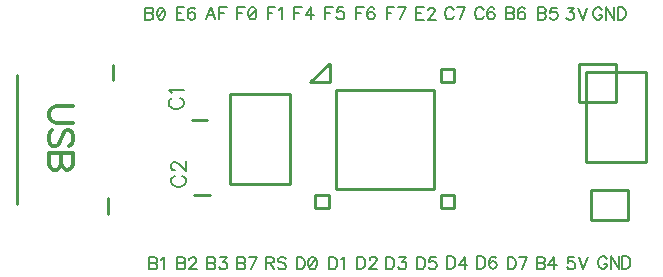
<source format=gbr>
G04 DipTrace 2.2.0.9*
%INTopSilk.gbr*%
%MOIN*%
%ADD10C,0.0098*%
%ADD55C,0.0077*%
%ADD56C,0.0062*%
%ADD57C,0.0124*%
%FSLAX44Y44*%
%SFA1B1*%
%OFA0B0*%
G04*
G70*
G90*
G75*
G01*
%LNTopSilk*%
%LPD*%
X9816Y8997D2*
D10*
X9304D1*
X9896Y6507D2*
X9384D1*
X6527Y5884D2*
Y6396D1*
X6687Y10344D2*
Y10856D1*
X14114Y10016D2*
X17364D1*
Y6704D1*
X14114D1*
Y10016D1*
X17614Y6516D2*
X18052D1*
Y6078D1*
X17614D1*
Y6516D1*
Y10703D2*
X18052D1*
Y10266D1*
X17614D1*
Y10703D1*
X13427Y6516D2*
X13864D1*
Y6078D1*
X13427D1*
Y6516D1*
X13239Y10266D2*
X13864Y10891D1*
X13926D2*
Y10266D1*
X13239D1*
X12570Y9893D2*
X10570D1*
Y6893D1*
X12570D1*
Y9893D1*
X22450Y7620D2*
X24450D1*
Y10620D1*
X22450D1*
Y7620D1*
X22200Y9620D2*
X23450D1*
Y10870D1*
X22200D1*
Y9620D1*
X22609Y6686D2*
X23859D1*
Y5686D1*
X22609D1*
Y6686D1*
X3488Y10525D2*
Y6213D1*
X8652Y9747D2*
D55*
X8604Y9724D1*
D2*
X8556Y9676D1*
D2*
X8532Y9628D1*
D2*
Y9532D1*
D2*
X8556Y9484D1*
D2*
X8604Y9437D1*
D2*
X8652Y9412D1*
D2*
X8724Y9389D1*
D2*
X8844D1*
D2*
X8915Y9412D1*
D2*
X8963Y9437D1*
D2*
X9011Y9484D1*
D2*
X9035Y9532D1*
D2*
Y9628D1*
D2*
X9011Y9676D1*
D2*
X8963Y9724D1*
D2*
X8915Y9747D1*
X8629Y9902D2*
X8604Y9950D1*
D2*
X8533Y10022D1*
D2*
X9035D1*
X8732Y7150D2*
X8684Y7126D1*
D2*
X8636Y7078D1*
D2*
X8612Y7031D1*
D2*
Y6935D1*
D2*
X8636Y6887D1*
D2*
X8684Y6839D1*
D2*
X8732Y6815D1*
D2*
X8804Y6791D1*
D2*
X8924D1*
D2*
X8995Y6815D1*
D2*
X9043Y6839D1*
D2*
X9091Y6887D1*
D2*
X9115Y6935D1*
D2*
Y7031D1*
D2*
X9091Y7078D1*
D2*
X9043Y7126D1*
D2*
X8995Y7150D1*
X8732Y7329D2*
X8709D1*
D2*
X8661Y7352D1*
D2*
X8637Y7376D1*
D2*
X8613Y7424D1*
D2*
Y7520D1*
D2*
X8637Y7567D1*
D2*
X8661Y7591D1*
D2*
X8709Y7615D1*
D2*
X8756D1*
D2*
X8804Y7591D1*
D2*
X8876Y7544D1*
D2*
X9115Y7304D1*
D2*
Y7639D1*
X7884Y4432D2*
D56*
Y4030D1*
D2*
X8056D1*
D2*
X8114Y4049D1*
D2*
X8133Y4068D1*
D2*
X8152Y4106D1*
D2*
Y4164D1*
D2*
X8133Y4202D1*
D2*
X8114Y4221D1*
D2*
X8056Y4240D1*
D2*
X8114Y4260D1*
D2*
X8133Y4279D1*
D2*
X8152Y4317D1*
D2*
Y4355D1*
D2*
X8133Y4393D1*
D2*
X8114Y4413D1*
D2*
X8056Y4432D1*
D2*
X7884D1*
Y4240D2*
X8056D1*
X8275Y4355D2*
X8314Y4374D1*
D2*
X8371Y4431D1*
D2*
Y4030D1*
X8814Y4442D2*
Y4040D1*
D2*
X8986D1*
D2*
X9044Y4059D1*
D2*
X9063Y4078D1*
D2*
X9082Y4116D1*
D2*
Y4174D1*
D2*
X9063Y4212D1*
D2*
X9044Y4231D1*
D2*
X8986Y4250D1*
D2*
X9044Y4270D1*
D2*
X9063Y4289D1*
D2*
X9082Y4327D1*
D2*
Y4365D1*
D2*
X9063Y4403D1*
D2*
X9044Y4423D1*
D2*
X8986Y4442D1*
D2*
X8814D1*
Y4250D2*
X8986D1*
X9225Y4346D2*
Y4365D1*
D2*
X9244Y4403D1*
D2*
X9263Y4422D1*
D2*
X9301Y4441D1*
D2*
X9378D1*
D2*
X9416Y4422D1*
D2*
X9435Y4403D1*
D2*
X9454Y4365D1*
D2*
Y4327D1*
D2*
X9435Y4288D1*
D2*
X9397Y4231D1*
D2*
X9205Y4040D1*
D2*
X9473D1*
X9824Y4432D2*
Y4030D1*
D2*
X9996D1*
D2*
X10054Y4049D1*
D2*
X10073Y4068D1*
D2*
X10092Y4106D1*
D2*
Y4164D1*
D2*
X10073Y4202D1*
D2*
X10054Y4221D1*
D2*
X9996Y4240D1*
D2*
X10054Y4260D1*
D2*
X10073Y4279D1*
D2*
X10092Y4317D1*
D2*
Y4355D1*
D2*
X10073Y4393D1*
D2*
X10054Y4413D1*
D2*
X9996Y4432D1*
D2*
X9824D1*
Y4240D2*
X9996D1*
X10254Y4431D2*
X10464D1*
D2*
X10349Y4278D1*
D2*
X10407D1*
D2*
X10445Y4259D1*
D2*
X10464Y4240D1*
D2*
X10483Y4183D1*
D2*
Y4145D1*
D2*
X10464Y4087D1*
D2*
X10426Y4049D1*
D2*
X10368Y4030D1*
D2*
X10311D1*
D2*
X10254Y4049D1*
D2*
X10235Y4068D1*
D2*
X10215Y4106D1*
X10824Y4432D2*
Y4030D1*
D2*
X10996D1*
D2*
X11054Y4049D1*
D2*
X11073Y4068D1*
D2*
X11092Y4106D1*
D2*
Y4164D1*
D2*
X11073Y4202D1*
D2*
X11054Y4221D1*
D2*
X10996Y4240D1*
D2*
X11054Y4260D1*
D2*
X11073Y4279D1*
D2*
X11092Y4317D1*
D2*
Y4355D1*
D2*
X11073Y4393D1*
D2*
X11054Y4413D1*
D2*
X10996Y4432D1*
D2*
X10824D1*
Y4240D2*
X10996D1*
X11292Y4030D2*
X11483Y4431D1*
D2*
X11215D1*
X11784Y4250D2*
X11956D1*
D2*
X12013Y4270D1*
D2*
X12033Y4289D1*
D2*
X12052Y4327D1*
D2*
Y4365D1*
D2*
X12033Y4403D1*
D2*
X12013Y4423D1*
D2*
X11956Y4442D1*
D2*
X11784D1*
D2*
Y4040D1*
X11918Y4250D2*
X12052Y4040D1*
X12443Y4384D2*
X12405Y4423D1*
D2*
X12348Y4442D1*
D2*
X12271D1*
D2*
X12214Y4423D1*
D2*
X12175Y4384D1*
D2*
Y4346D1*
D2*
X12195Y4308D1*
D2*
X12214Y4289D1*
D2*
X12252Y4270D1*
D2*
X12367Y4231D1*
D2*
X12405Y4212D1*
D2*
X12424Y4193D1*
D2*
X12443Y4155D1*
D2*
Y4097D1*
D2*
X12405Y4059D1*
D2*
X12348Y4040D1*
D2*
X12271D1*
D2*
X12214Y4059D1*
D2*
X12175Y4097D1*
X12804Y4442D2*
Y4040D1*
D2*
X12938D1*
D2*
X12995Y4059D1*
D2*
X13034Y4097D1*
D2*
X13053Y4136D1*
D2*
X13072Y4193D1*
D2*
Y4289D1*
D2*
X13053Y4346D1*
D2*
X13034Y4384D1*
D2*
X12995Y4423D1*
D2*
X12938Y4442D1*
D2*
X12804D1*
X13310Y4441D2*
X13253Y4422D1*
D2*
X13214Y4365D1*
D2*
X13195Y4269D1*
D2*
Y4212D1*
D2*
X13214Y4116D1*
D2*
X13253Y4059D1*
D2*
X13310Y4040D1*
D2*
X13348D1*
D2*
X13406Y4059D1*
D2*
X13444Y4116D1*
D2*
X13463Y4212D1*
D2*
Y4269D1*
D2*
X13444Y4365D1*
D2*
X13406Y4422D1*
D2*
X13348Y4441D1*
D2*
X13310D1*
X13444Y4365D2*
X13214Y4116D1*
X13884Y4442D2*
Y4040D1*
D2*
X14018D1*
D2*
X14075Y4059D1*
D2*
X14114Y4097D1*
D2*
X14133Y4136D1*
D2*
X14152Y4193D1*
D2*
Y4289D1*
D2*
X14133Y4346D1*
D2*
X14114Y4384D1*
D2*
X14075Y4423D1*
D2*
X14018Y4442D1*
D2*
X13884D1*
X14275Y4365D2*
X14314Y4384D1*
D2*
X14371Y4441D1*
D2*
Y4040D1*
X14824Y4452D2*
Y4050D1*
D2*
X14958D1*
D2*
X15015Y4069D1*
D2*
X15054Y4107D1*
D2*
X15073Y4146D1*
D2*
X15092Y4203D1*
D2*
Y4299D1*
D2*
X15073Y4356D1*
D2*
X15054Y4394D1*
D2*
X15015Y4433D1*
D2*
X14958Y4452D1*
D2*
X14824D1*
X15235Y4356D2*
Y4375D1*
D2*
X15254Y4413D1*
D2*
X15273Y4432D1*
D2*
X15311Y4451D1*
D2*
X15388D1*
D2*
X15426Y4432D1*
D2*
X15445Y4413D1*
D2*
X15464Y4375D1*
D2*
Y4337D1*
D2*
X15445Y4298D1*
D2*
X15407Y4241D1*
D2*
X15215Y4050D1*
D2*
X15483D1*
X15794Y4442D2*
Y4040D1*
D2*
X15928D1*
D2*
X15985Y4059D1*
D2*
X16024Y4097D1*
D2*
X16043Y4136D1*
D2*
X16062Y4193D1*
D2*
Y4289D1*
D2*
X16043Y4346D1*
D2*
X16024Y4384D1*
D2*
X15985Y4423D1*
D2*
X15928Y4442D1*
D2*
X15794D1*
X16224Y4441D2*
X16434D1*
D2*
X16319Y4288D1*
D2*
X16377D1*
D2*
X16415Y4269D1*
D2*
X16434Y4250D1*
D2*
X16453Y4193D1*
D2*
Y4155D1*
D2*
X16434Y4097D1*
D2*
X16396Y4059D1*
D2*
X16338Y4040D1*
D2*
X16281D1*
D2*
X16224Y4059D1*
D2*
X16205Y4078D1*
D2*
X16185Y4116D1*
X16814Y4442D2*
Y4040D1*
D2*
X16948D1*
D2*
X17005Y4059D1*
D2*
X17044Y4097D1*
D2*
X17063Y4136D1*
D2*
X17082Y4193D1*
D2*
Y4289D1*
D2*
X17063Y4346D1*
D2*
X17044Y4384D1*
D2*
X17005Y4423D1*
D2*
X16948Y4442D1*
D2*
X16814D1*
X17435Y4441D2*
X17244D1*
D2*
X17225Y4269D1*
D2*
X17244Y4288D1*
D2*
X17301Y4308D1*
D2*
X17358D1*
D2*
X17416Y4288D1*
D2*
X17454Y4250D1*
D2*
X17473Y4193D1*
D2*
Y4155D1*
D2*
X17454Y4097D1*
D2*
X17416Y4059D1*
D2*
X17358Y4040D1*
D2*
X17301D1*
D2*
X17244Y4059D1*
D2*
X17225Y4078D1*
D2*
X17205Y4116D1*
X17814Y4462D2*
Y4060D1*
D2*
X17948D1*
D2*
X18005Y4079D1*
D2*
X18044Y4117D1*
D2*
X18063Y4156D1*
D2*
X18082Y4213D1*
D2*
Y4309D1*
D2*
X18063Y4366D1*
D2*
X18044Y4404D1*
D2*
X18005Y4443D1*
D2*
X17948Y4462D1*
D2*
X17814D1*
X18397Y4060D2*
Y4461D1*
D2*
X18205Y4194D1*
D2*
X18492D1*
X18824Y4462D2*
Y4060D1*
D2*
X18958D1*
D2*
X19015Y4079D1*
D2*
X19054Y4117D1*
D2*
X19073Y4156D1*
D2*
X19092Y4213D1*
D2*
Y4309D1*
D2*
X19073Y4366D1*
D2*
X19054Y4404D1*
D2*
X19015Y4443D1*
D2*
X18958Y4462D1*
D2*
X18824D1*
X19445Y4404D2*
X19426Y4442D1*
D2*
X19368Y4461D1*
D2*
X19330D1*
D2*
X19273Y4442D1*
D2*
X19234Y4385D1*
D2*
X19215Y4289D1*
D2*
Y4194D1*
D2*
X19234Y4117D1*
D2*
X19273Y4079D1*
D2*
X19330Y4060D1*
D2*
X19349D1*
D2*
X19406Y4079D1*
D2*
X19445Y4117D1*
D2*
X19464Y4175D1*
D2*
Y4194D1*
D2*
X19445Y4251D1*
D2*
X19406Y4289D1*
D2*
X19349Y4308D1*
D2*
X19330D1*
D2*
X19273Y4289D1*
D2*
X19234Y4251D1*
D2*
X19215Y4194D1*
X19834Y4442D2*
Y4040D1*
D2*
X19968D1*
D2*
X20025Y4059D1*
D2*
X20064Y4097D1*
D2*
X20083Y4136D1*
D2*
X20102Y4193D1*
D2*
Y4289D1*
D2*
X20083Y4346D1*
D2*
X20064Y4384D1*
D2*
X20025Y4423D1*
D2*
X19968Y4442D1*
D2*
X19834D1*
X20302Y4040D2*
X20493Y4441D1*
D2*
X20225D1*
X20804Y4442D2*
Y4040D1*
D2*
X20976D1*
D2*
X21034Y4059D1*
D2*
X21053Y4078D1*
D2*
X21072Y4116D1*
D2*
Y4174D1*
D2*
X21053Y4212D1*
D2*
X21034Y4231D1*
D2*
X20976Y4250D1*
D2*
X21034Y4270D1*
D2*
X21053Y4289D1*
D2*
X21072Y4327D1*
D2*
Y4365D1*
D2*
X21053Y4403D1*
D2*
X21034Y4423D1*
D2*
X20976Y4442D1*
D2*
X20804D1*
Y4250D2*
X20976D1*
X21387Y4040D2*
Y4441D1*
D2*
X21195Y4174D1*
D2*
X21482D1*
X22043Y4431D2*
X21852D1*
D2*
X21833Y4259D1*
D2*
X21852Y4278D1*
D2*
X21910Y4298D1*
D2*
X21967D1*
D2*
X22024Y4278D1*
D2*
X22063Y4240D1*
D2*
X22082Y4183D1*
D2*
Y4145D1*
D2*
X22063Y4087D1*
D2*
X22024Y4049D1*
D2*
X21967Y4030D1*
D2*
X21910D1*
D2*
X21852Y4049D1*
D2*
X21833Y4068D1*
D2*
X21814Y4106D1*
X22205Y4432D2*
X22358Y4030D1*
D2*
X22511Y4432D1*
X23141Y4366D2*
X23122Y4404D1*
D2*
X23083Y4443D1*
D2*
X23045Y4462D1*
D2*
X22969D1*
D2*
X22930Y4443D1*
D2*
X22892Y4404D1*
D2*
X22873Y4366D1*
D2*
X22854Y4309D1*
D2*
Y4213D1*
D2*
X22873Y4156D1*
D2*
X22892Y4117D1*
D2*
X22930Y4079D1*
D2*
X22969Y4060D1*
D2*
X23045D1*
D2*
X23083Y4079D1*
D2*
X23122Y4117D1*
D2*
X23141Y4156D1*
D2*
Y4213D1*
D2*
X23045D1*
X23532Y4462D2*
Y4060D1*
D2*
X23264Y4462D1*
D2*
Y4060D1*
X23656Y4462D2*
Y4060D1*
D2*
X23790D1*
D2*
X23847Y4079D1*
D2*
X23886Y4117D1*
D2*
X23905Y4156D1*
D2*
X23924Y4213D1*
D2*
Y4309D1*
D2*
X23905Y4366D1*
D2*
X23886Y4404D1*
D2*
X23847Y4443D1*
D2*
X23790Y4462D1*
D2*
X23656D1*
X7754Y12754D2*
Y12352D1*
D2*
X7926D1*
D2*
X7984Y12372D1*
D2*
X8003Y12391D1*
D2*
X8022Y12429D1*
D2*
Y12486D1*
D2*
X8003Y12525D1*
D2*
X7984Y12544D1*
D2*
X7926Y12563D1*
D2*
X7984Y12582D1*
D2*
X8003Y12601D1*
D2*
X8022Y12639D1*
D2*
Y12678D1*
D2*
X8003Y12716D1*
D2*
X7984Y12735D1*
D2*
X7926Y12754D1*
D2*
X7754D1*
Y12563D2*
X7926D1*
X8260Y12754D2*
X8203Y12735D1*
D2*
X8164Y12677D1*
D2*
X8145Y12582D1*
D2*
Y12524D1*
D2*
X8164Y12429D1*
D2*
X8203Y12371D1*
D2*
X8260Y12352D1*
D2*
X8298D1*
D2*
X8356Y12371D1*
D2*
X8394Y12429D1*
D2*
X8413Y12524D1*
D2*
Y12582D1*
D2*
X8394Y12677D1*
D2*
X8356Y12735D1*
D2*
X8298Y12754D1*
D2*
X8260D1*
X8394Y12677D2*
X8164Y12429D1*
X9052Y12762D2*
X8804D1*
D2*
Y12360D1*
D2*
X9052D1*
X8804Y12570D2*
X8957D1*
X9405Y12704D2*
X9386Y12742D1*
D2*
X9329Y12761D1*
D2*
X9291D1*
D2*
X9233Y12742D1*
D2*
X9195Y12685D1*
D2*
X9176Y12589D1*
D2*
Y12494D1*
D2*
X9195Y12417D1*
D2*
X9233Y12379D1*
D2*
X9291Y12360D1*
D2*
X9310D1*
D2*
X9367Y12379D1*
D2*
X9405Y12417D1*
D2*
X9424Y12475D1*
D2*
Y12494D1*
D2*
X9405Y12551D1*
D2*
X9367Y12589D1*
D2*
X9310Y12608D1*
D2*
X9291D1*
D2*
X9233Y12589D1*
D2*
X9195Y12551D1*
D2*
X9176Y12494D1*
X10090Y12370D2*
X9937Y12772D1*
D2*
X9784Y12370D1*
X9841Y12504D2*
X10033D1*
X10463Y12772D2*
X10214D1*
D2*
Y12370D1*
Y12580D2*
X10367D1*
X11063Y12772D2*
X10814D1*
D2*
Y12370D1*
Y12580D2*
X10967D1*
X11301Y12771D2*
X11244Y12752D1*
D2*
X11205Y12695D1*
D2*
X11186Y12599D1*
D2*
Y12542D1*
D2*
X11205Y12446D1*
D2*
X11244Y12389D1*
D2*
X11301Y12370D1*
D2*
X11339D1*
D2*
X11397Y12389D1*
D2*
X11435Y12446D1*
D2*
X11454Y12542D1*
D2*
Y12599D1*
D2*
X11435Y12695D1*
D2*
X11397Y12752D1*
D2*
X11339Y12771D1*
D2*
X11301D1*
X11435Y12695D2*
X11205Y12446D1*
X12083Y12772D2*
X11834D1*
D2*
Y12370D1*
Y12580D2*
X11987D1*
X12206Y12695D2*
X12245Y12714D1*
D2*
X12302Y12771D1*
D2*
Y12370D1*
X12973Y12772D2*
X12724D1*
D2*
Y12370D1*
Y12580D2*
X12877D1*
X13288Y12370D2*
Y12771D1*
D2*
X13096Y12504D1*
D2*
X13383D1*
X14003Y12772D2*
X13754D1*
D2*
Y12370D1*
Y12580D2*
X13907D1*
X14356Y12771D2*
X14165D1*
D2*
X14146Y12599D1*
D2*
X14165Y12618D1*
D2*
X14222Y12638D1*
D2*
X14279D1*
D2*
X14337Y12618D1*
D2*
X14375Y12580D1*
D2*
X14394Y12523D1*
D2*
Y12485D1*
D2*
X14375Y12427D1*
D2*
X14337Y12389D1*
D2*
X14279Y12370D1*
D2*
X14222D1*
D2*
X14165Y12389D1*
D2*
X14146Y12408D1*
D2*
X14126Y12446D1*
X15033Y12772D2*
X14784D1*
D2*
Y12370D1*
Y12580D2*
X14937D1*
X15386Y12714D2*
X15367Y12752D1*
D2*
X15309Y12771D1*
D2*
X15271D1*
D2*
X15214Y12752D1*
D2*
X15175Y12695D1*
D2*
X15156Y12599D1*
D2*
Y12504D1*
D2*
X15175Y12427D1*
D2*
X15214Y12389D1*
D2*
X15271Y12370D1*
D2*
X15290D1*
D2*
X15347Y12389D1*
D2*
X15386Y12427D1*
D2*
X15405Y12485D1*
D2*
Y12504D1*
D2*
X15386Y12561D1*
D2*
X15347Y12599D1*
D2*
X15290Y12618D1*
D2*
X15271D1*
D2*
X15214Y12599D1*
D2*
X15175Y12561D1*
D2*
X15156Y12504D1*
X16053Y12772D2*
X15804D1*
D2*
Y12370D1*
Y12580D2*
X15957D1*
X16253Y12370D2*
X16444Y12771D1*
D2*
X16176D1*
X17042Y12762D2*
X16794D1*
D2*
Y12360D1*
D2*
X17042D1*
X16794Y12570D2*
X16947D1*
X17185Y12666D2*
Y12685D1*
D2*
X17204Y12723D1*
D2*
X17223Y12742D1*
D2*
X17262Y12761D1*
D2*
X17338D1*
D2*
X17376Y12742D1*
D2*
X17395Y12723D1*
D2*
X17415Y12685D1*
D2*
Y12647D1*
D2*
X17395Y12608D1*
D2*
X17357Y12551D1*
D2*
X17166Y12360D1*
D2*
X17434D1*
X18031Y12676D2*
X18012Y12714D1*
D2*
X17973Y12753D1*
D2*
X17935Y12772D1*
D2*
X17859D1*
D2*
X17820Y12753D1*
D2*
X17782Y12714D1*
D2*
X17763Y12676D1*
D2*
X17744Y12619D1*
D2*
Y12523D1*
D2*
X17763Y12466D1*
D2*
X17782Y12427D1*
D2*
X17820Y12389D1*
D2*
X17859Y12370D1*
D2*
X17935D1*
D2*
X17973Y12389D1*
D2*
X18012Y12427D1*
D2*
X18031Y12466D1*
X18231Y12370D2*
X18422Y12771D1*
D2*
X18154D1*
X19031Y12676D2*
X19012Y12714D1*
D2*
X18973Y12753D1*
D2*
X18935Y12772D1*
D2*
X18859D1*
D2*
X18820Y12753D1*
D2*
X18782Y12714D1*
D2*
X18763Y12676D1*
D2*
X18744Y12619D1*
D2*
Y12523D1*
D2*
X18763Y12466D1*
D2*
X18782Y12427D1*
D2*
X18820Y12389D1*
D2*
X18859Y12370D1*
D2*
X18935D1*
D2*
X18973Y12389D1*
D2*
X19012Y12427D1*
D2*
X19031Y12466D1*
X19384Y12714D2*
X19365Y12752D1*
D2*
X19307Y12771D1*
D2*
X19269D1*
D2*
X19212Y12752D1*
D2*
X19173Y12695D1*
D2*
X19154Y12599D1*
D2*
Y12504D1*
D2*
X19173Y12427D1*
D2*
X19212Y12389D1*
D2*
X19269Y12370D1*
D2*
X19288D1*
D2*
X19345Y12389D1*
D2*
X19384Y12427D1*
D2*
X19403Y12485D1*
D2*
Y12504D1*
D2*
X19384Y12561D1*
D2*
X19345Y12599D1*
D2*
X19288Y12618D1*
D2*
X19269D1*
D2*
X19212Y12599D1*
D2*
X19173Y12561D1*
D2*
X19154Y12504D1*
X19784Y12772D2*
Y12370D1*
D2*
X19956D1*
D2*
X20014Y12389D1*
D2*
X20033Y12408D1*
D2*
X20052Y12446D1*
D2*
Y12504D1*
D2*
X20033Y12542D1*
D2*
X20014Y12561D1*
D2*
X19956Y12580D1*
D2*
X20014Y12600D1*
D2*
X20033Y12619D1*
D2*
X20052Y12657D1*
D2*
Y12695D1*
D2*
X20033Y12733D1*
D2*
X20014Y12753D1*
D2*
X19956Y12772D1*
D2*
X19784D1*
Y12580D2*
X19956D1*
X20405Y12714D2*
X20386Y12752D1*
D2*
X20328Y12771D1*
D2*
X20290D1*
D2*
X20233Y12752D1*
D2*
X20194Y12695D1*
D2*
X20175Y12599D1*
D2*
Y12504D1*
D2*
X20194Y12427D1*
D2*
X20233Y12389D1*
D2*
X20290Y12370D1*
D2*
X20309D1*
D2*
X20366Y12389D1*
D2*
X20405Y12427D1*
D2*
X20424Y12485D1*
D2*
Y12504D1*
D2*
X20405Y12561D1*
D2*
X20366Y12599D1*
D2*
X20309Y12618D1*
D2*
X20290D1*
D2*
X20233Y12599D1*
D2*
X20194Y12561D1*
D2*
X20175Y12504D1*
X20844Y12762D2*
Y12360D1*
D2*
X21016D1*
D2*
X21074Y12379D1*
D2*
X21093Y12398D1*
D2*
X21112Y12436D1*
D2*
Y12494D1*
D2*
X21093Y12532D1*
D2*
X21074Y12551D1*
D2*
X21016Y12570D1*
D2*
X21074Y12590D1*
D2*
X21093Y12609D1*
D2*
X21112Y12647D1*
D2*
Y12685D1*
D2*
X21093Y12723D1*
D2*
X21074Y12743D1*
D2*
X21016Y12762D1*
D2*
X20844D1*
Y12570D2*
X21016D1*
X21465Y12761D2*
X21274D1*
D2*
X21255Y12589D1*
D2*
X21274Y12608D1*
D2*
X21331Y12628D1*
D2*
X21388D1*
D2*
X21446Y12608D1*
D2*
X21484Y12570D1*
D2*
X21503Y12513D1*
D2*
Y12475D1*
D2*
X21484Y12417D1*
D2*
X21446Y12379D1*
D2*
X21388Y12360D1*
D2*
X21331D1*
D2*
X21274Y12379D1*
D2*
X21255Y12398D1*
D2*
X21235Y12436D1*
X21832Y12751D2*
X22042D1*
D2*
X21928Y12598D1*
D2*
X21985D1*
D2*
X22023Y12579D1*
D2*
X22042Y12560D1*
D2*
X22062Y12503D1*
D2*
Y12465D1*
D2*
X22042Y12407D1*
D2*
X22004Y12369D1*
D2*
X21947Y12350D1*
D2*
X21889D1*
D2*
X21832Y12369D1*
D2*
X21813Y12388D1*
D2*
X21794Y12426D1*
X22185Y12752D2*
X22338Y12350D1*
D2*
X22491Y12752D1*
X22981Y12666D2*
X22962Y12704D1*
D2*
X22923Y12743D1*
D2*
X22885Y12762D1*
D2*
X22809D1*
D2*
X22770Y12743D1*
D2*
X22732Y12704D1*
D2*
X22713Y12666D1*
D2*
X22694Y12609D1*
D2*
Y12513D1*
D2*
X22713Y12456D1*
D2*
X22732Y12417D1*
D2*
X22770Y12379D1*
D2*
X22809Y12360D1*
D2*
X22885D1*
D2*
X22923Y12379D1*
D2*
X22962Y12417D1*
D2*
X22981Y12456D1*
D2*
Y12513D1*
D2*
X22885D1*
X23372Y12762D2*
Y12360D1*
D2*
X23104Y12762D1*
D2*
Y12360D1*
X23496Y12762D2*
Y12360D1*
D2*
X23630D1*
D2*
X23687Y12379D1*
D2*
X23726Y12417D1*
D2*
X23745Y12456D1*
D2*
X23764Y12513D1*
D2*
Y12609D1*
D2*
X23745Y12666D1*
D2*
X23726Y12704D1*
D2*
X23687Y12743D1*
D2*
X23630Y12762D1*
D2*
X23496D1*
X5341Y9463D2*
D57*
X4767D1*
D2*
X4652Y9425D1*
D2*
X4576Y9348D1*
D2*
X4537Y9233D1*
D2*
Y9157D1*
D2*
X4576Y9042D1*
D2*
X4652Y8965D1*
D2*
X4767Y8927D1*
D2*
X5341D1*
X5226Y8144D2*
X5303Y8220D1*
D2*
X5341Y8335D1*
D2*
Y8488D1*
D2*
X5303Y8603D1*
D2*
X5226Y8680D1*
D2*
X5150D1*
D2*
X5073Y8641D1*
D2*
X5035Y8603D1*
D2*
X4997Y8527D1*
D2*
X4920Y8297D1*
D2*
X4882Y8220D1*
D2*
X4843Y8182D1*
D2*
X4767Y8144D1*
D2*
X4652D1*
D2*
X4576Y8220D1*
D2*
X4537Y8335D1*
D2*
Y8488D1*
D2*
X4576Y8603D1*
D2*
X4652Y8680D1*
X5341Y7897D2*
X4537D1*
D2*
Y7552D1*
D2*
X4576Y7437D1*
D2*
X4614Y7399D1*
D2*
X4690Y7361D1*
D2*
X4805D1*
D2*
X4882Y7399D1*
D2*
X4920Y7437D1*
D2*
X4958Y7552D1*
D2*
X4997Y7437D1*
D2*
X5035Y7399D1*
D2*
X5111Y7361D1*
D2*
X5188D1*
D2*
X5264Y7399D1*
D2*
X5303Y7437D1*
D2*
X5341Y7552D1*
D2*
Y7897D1*
X4958D2*
Y7552D1*
M02*

</source>
